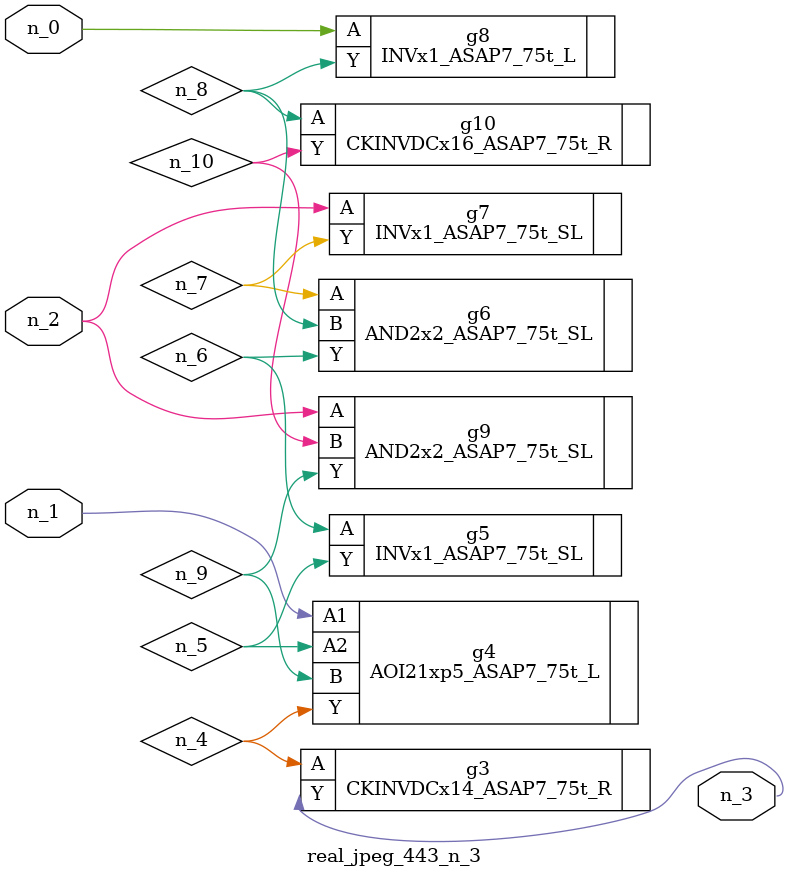
<source format=v>
module real_jpeg_443_n_3 (n_1, n_0, n_2, n_3);

input n_1;
input n_0;
input n_2;

output n_3;

wire n_5;
wire n_4;
wire n_8;
wire n_6;
wire n_7;
wire n_10;
wire n_9;

INVx1_ASAP7_75t_L g8 ( 
.A(n_0),
.Y(n_8)
);

AOI21xp5_ASAP7_75t_L g4 ( 
.A1(n_1),
.A2(n_5),
.B(n_9),
.Y(n_4)
);

INVx1_ASAP7_75t_SL g7 ( 
.A(n_2),
.Y(n_7)
);

AND2x2_ASAP7_75t_SL g9 ( 
.A(n_2),
.B(n_10),
.Y(n_9)
);

CKINVDCx14_ASAP7_75t_R g3 ( 
.A(n_4),
.Y(n_3)
);

INVx1_ASAP7_75t_SL g5 ( 
.A(n_6),
.Y(n_5)
);

AND2x2_ASAP7_75t_SL g6 ( 
.A(n_7),
.B(n_8),
.Y(n_6)
);

CKINVDCx16_ASAP7_75t_R g10 ( 
.A(n_8),
.Y(n_10)
);


endmodule
</source>
